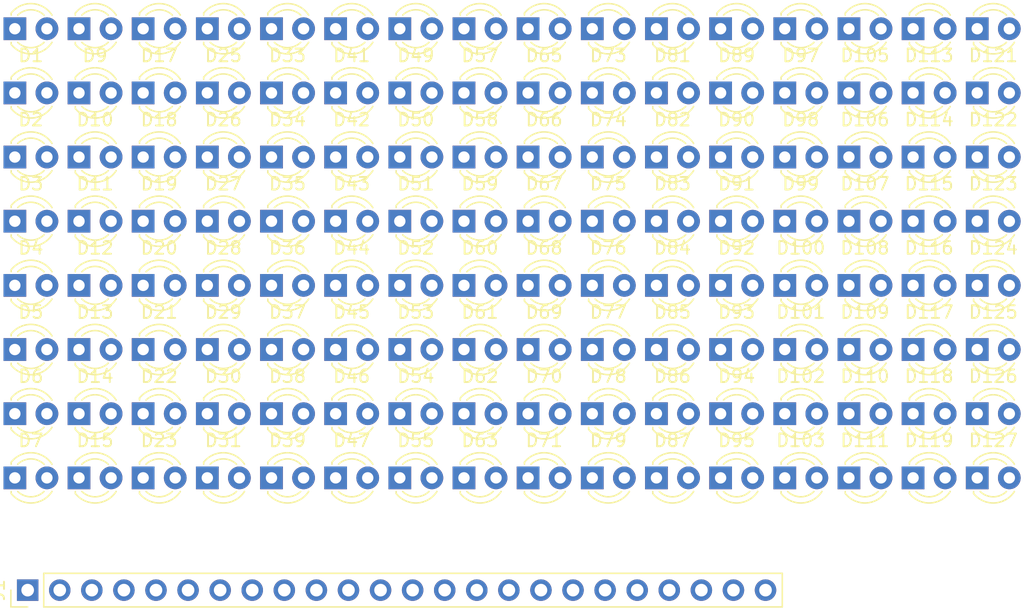
<source format=kicad_pcb>
(kicad_pcb (version 20171130) (host pcbnew 5.0.2-bee76a0~70~ubuntu16.04.1)
  (layers (0 F.Cu signal) (31 B.Cu signal) (34 B.Paste user) (35 F.Paste user) (36 B.SilkS user) (37 F.SilkS user hide) (38 B.Mask user) (39 F.Mask user) (44 Edge.Cuts user))
  (net 0 "")
  (net 1 "Net-(D0-Pad2)")
  (net 2 "Net-(D0-Pad1)")
  (net 3 "Net-(D1-Pad2)")
  (net 4 "Net-(D10-Pad2)")
  (net 5 "Net-(D107-Pad2)")
  (net 6 "Net-(D100-Pad2)")
  (net 7 "Net-(D101-Pad2)")
  (net 8 "Net-(D102-Pad2)")
  (net 9 "Net-(D103-Pad2)")
  (net 10 "Net-(D10-Pad1)")
  (net 11 "Net-(D16-Pad1)")
  (net 12 "Net-(D24-Pad1)")
  (net 13 "Net-(D32-Pad1)")
  (net 14 "Net-(D40-Pad1)")
  (net 15 "Net-(D48-Pad1)")
  (net 16 "Net-(D56-Pad1)")
  (net 17 "Net-(D64-Pad1)")
  (net 18 "Net-(D72-Pad1)")
  (net 19 "Net-(D80-Pad1)")
  (net 20 "Net-(D88-Pad1)")
  (net 21 "Net-(D100-Pad1)")
  (net 22 "Net-(D104-Pad1)")
  (net 23 "Net-(D112-Pad1)")
  (net 24 "Net-(D120-Pad1)")
  (module LED_THT:LED_D3.0mm (layer F.Cu) (at 107.95 64.77)
    (fp_text reference D0 (at 1.27 -2.96) (layer F.SilkS))
    (fp_text value LED)
    (pad 2 thru_hole circle (at 2.54 0) (size 1.8 1.8) (drill 0.9) (layers *.Cu *.Mask) (net 1 "Net-(D0-Pad2)"))
    (pad 1 thru_hole rect (at 0 0) (size 1.8 1.8) (drill 0.9) (layers *.Cu *.Mask) (net 2 "Net-(D0-Pad1)"))
  )
  (module LED_THT:LED_D3.0mm (layer F.Cu) (at 107.95 69.85)
    (fp_text reference D1 (at 1.27 -2.96) (layer F.SilkS))
    (fp_text value LED)
    (pad 1 thru_hole rect (at 0 0) (size 1.8 1.8) (drill 0.9) (layers *.Cu *.Mask) (net 2 "Net-(D0-Pad1)"))
    (pad 2 thru_hole circle (at 2.54 0) (size 1.8 1.8) (drill 0.9) (layers *.Cu *.Mask) (net 3 "Net-(D1-Pad2)"))
  )
  (module LED_THT:LED_D3.0mm (layer F.Cu) (at 107.95 74.93)
    (fp_text reference D2 (at 1.27 -2.96) (layer F.SilkS))
    (fp_text value LED)
    (pad 1 thru_hole rect (at 0 0) (size 1.8 1.8) (drill 0.9) (layers *.Cu *.Mask) (net 2 "Net-(D0-Pad1)"))
    (pad 2 thru_hole circle (at 2.54 0) (size 1.8 1.8) (drill 0.9) (layers *.Cu *.Mask) (net 4 "Net-(D10-Pad2)"))
  )
  (module LED_THT:LED_D3.0mm (layer F.Cu) (at 107.95 80.01)
    (fp_text reference D3 (at 1.27 -2.96) (layer F.SilkS))
    (fp_text value LED)
    (pad 1 thru_hole rect (at 0 0) (size 1.8 1.8) (drill 0.9) (layers *.Cu *.Mask) (net 2 "Net-(D0-Pad1)"))
    (pad 2 thru_hole circle (at 2.54 0) (size 1.8 1.8) (drill 0.9) (layers *.Cu *.Mask) (net 5 "Net-(D107-Pad2)"))
  )
  (module LED_THT:LED_D3.0mm (layer F.Cu) (at 107.95 85.09)
    (fp_text reference D4 (at 1.27 -2.96) (layer F.SilkS))
    (fp_text value LED)
    (pad 2 thru_hole circle (at 2.54 0) (size 1.8 1.8) (drill 0.9) (layers *.Cu *.Mask) (net 6 "Net-(D100-Pad2)"))
    (pad 1 thru_hole rect (at 0 0) (size 1.8 1.8) (drill 0.9) (layers *.Cu *.Mask) (net 2 "Net-(D0-Pad1)"))
  )
  (module LED_THT:LED_D3.0mm (layer F.Cu) (at 107.95 90.17)
    (fp_text reference D5 (at 1.27 -2.96) (layer F.SilkS))
    (fp_text value LED)
    (pad 1 thru_hole rect (at 0 0) (size 1.8 1.8) (drill 0.9) (layers *.Cu *.Mask) (net 2 "Net-(D0-Pad1)"))
    (pad 2 thru_hole circle (at 2.54 0) (size 1.8 1.8) (drill 0.9) (layers *.Cu *.Mask) (net 7 "Net-(D101-Pad2)"))
  )
  (module LED_THT:LED_D3.0mm (layer F.Cu) (at 107.95 95.25)
    (fp_text reference D6 (at 1.27 -2.96) (layer F.SilkS))
    (fp_text value LED)
    (pad 1 thru_hole rect (at 0 0) (size 1.8 1.8) (drill 0.9) (layers *.Cu *.Mask) (net 2 "Net-(D0-Pad1)"))
    (pad 2 thru_hole circle (at 2.54 0) (size 1.8 1.8) (drill 0.9) (layers *.Cu *.Mask) (net 8 "Net-(D102-Pad2)"))
  )
  (module LED_THT:LED_D3.0mm (layer F.Cu) (at 107.95 100.33)
    (fp_text reference D7 (at 1.27 -2.96) (layer F.SilkS))
    (fp_text value LED)
    (pad 1 thru_hole rect (at 0 0) (size 1.8 1.8) (drill 0.9) (layers *.Cu *.Mask) (net 2 "Net-(D0-Pad1)"))
    (pad 2 thru_hole circle (at 2.54 0) (size 1.8 1.8) (drill 0.9) (layers *.Cu *.Mask) (net 9 "Net-(D103-Pad2)"))
  )
  (module LED_THT:LED_D3.0mm (layer F.Cu) (at 113.03 64.77)
    (fp_text reference D8 (at 1.27 -2.96) (layer F.SilkS))
    (fp_text value LED)
    (pad 1 thru_hole rect (at 0 0) (size 1.8 1.8) (drill 0.9) (layers *.Cu *.Mask) (net 10 "Net-(D10-Pad1)"))
    (pad 2 thru_hole circle (at 2.54 0) (size 1.8 1.8) (drill 0.9) (layers *.Cu *.Mask) (net 1 "Net-(D0-Pad2)"))
  )
  (module LED_THT:LED_D3.0mm (layer F.Cu) (at 113.03 69.85)
    (fp_text reference D9 (at 1.27 -2.96) (layer F.SilkS))
    (fp_text value LED)
    (pad 2 thru_hole circle (at 2.54 0) (size 1.8 1.8) (drill 0.9) (layers *.Cu *.Mask) (net 3 "Net-(D1-Pad2)"))
    (pad 1 thru_hole rect (at 0 0) (size 1.8 1.8) (drill 0.9) (layers *.Cu *.Mask) (net 10 "Net-(D10-Pad1)"))
  )
  (module LED_THT:LED_D3.0mm (layer F.Cu) (at 113.03 74.93)
    (fp_text reference D10 (at 1.27 -2.96) (layer F.SilkS))
    (fp_text value LED)
    (pad 2 thru_hole circle (at 2.54 0) (size 1.8 1.8) (drill 0.9) (layers *.Cu *.Mask) (net 4 "Net-(D10-Pad2)"))
    (pad 1 thru_hole rect (at 0 0) (size 1.8 1.8) (drill 0.9) (layers *.Cu *.Mask) (net 10 "Net-(D10-Pad1)"))
  )
  (module LED_THT:LED_D3.0mm (layer F.Cu) (at 113.03 80.01)
    (fp_text reference D11 (at 1.27 -2.96) (layer F.SilkS))
    (fp_text value LED)
    (pad 2 thru_hole circle (at 2.54 0) (size 1.8 1.8) (drill 0.9) (layers *.Cu *.Mask) (net 5 "Net-(D107-Pad2)"))
    (pad 1 thru_hole rect (at 0 0) (size 1.8 1.8) (drill 0.9) (layers *.Cu *.Mask) (net 10 "Net-(D10-Pad1)"))
  )
  (module LED_THT:LED_D3.0mm (layer F.Cu) (at 113.03 85.09)
    (fp_text reference D12 (at 1.27 -2.96) (layer F.SilkS))
    (fp_text value LED)
    (pad 1 thru_hole rect (at 0 0) (size 1.8 1.8) (drill 0.9) (layers *.Cu *.Mask) (net 10 "Net-(D10-Pad1)"))
    (pad 2 thru_hole circle (at 2.54 0) (size 1.8 1.8) (drill 0.9) (layers *.Cu *.Mask) (net 6 "Net-(D100-Pad2)"))
  )
  (module LED_THT:LED_D3.0mm (layer F.Cu) (at 113.03 90.17)
    (fp_text reference D13 (at 1.27 -2.96) (layer F.SilkS))
    (fp_text value LED)
    (pad 2 thru_hole circle (at 2.54 0) (size 1.8 1.8) (drill 0.9) (layers *.Cu *.Mask) (net 7 "Net-(D101-Pad2)"))
    (pad 1 thru_hole rect (at 0 0) (size 1.8 1.8) (drill 0.9) (layers *.Cu *.Mask) (net 10 "Net-(D10-Pad1)"))
  )
  (module LED_THT:LED_D3.0mm (layer F.Cu) (at 113.03 95.25)
    (fp_text reference D14 (at 1.27 -2.96) (layer F.SilkS))
    (fp_text value LED)
    (pad 2 thru_hole circle (at 2.54 0) (size 1.8 1.8) (drill 0.9) (layers *.Cu *.Mask) (net 8 "Net-(D102-Pad2)"))
    (pad 1 thru_hole rect (at 0 0) (size 1.8 1.8) (drill 0.9) (layers *.Cu *.Mask) (net 10 "Net-(D10-Pad1)"))
  )
  (module LED_THT:LED_D3.0mm (layer F.Cu) (at 113.03 100.33)
    (fp_text reference D15 (at 1.27 -2.96) (layer F.SilkS))
    (fp_text value LED)
    (pad 2 thru_hole circle (at 2.54 0) (size 1.8 1.8) (drill 0.9) (layers *.Cu *.Mask) (net 9 "Net-(D103-Pad2)"))
    (pad 1 thru_hole rect (at 0 0) (size 1.8 1.8) (drill 0.9) (layers *.Cu *.Mask) (net 10 "Net-(D10-Pad1)"))
  )
  (module LED_THT:LED_D3.0mm (layer F.Cu) (at 118.11 64.77)
    (fp_text reference D16 (at 1.27 -2.96) (layer F.SilkS))
    (fp_text value LED)
    (pad 1 thru_hole rect (at 0 0) (size 1.8 1.8) (drill 0.9) (layers *.Cu *.Mask) (net 11 "Net-(D16-Pad1)"))
    (pad 2 thru_hole circle (at 2.54 0) (size 1.8 1.8) (drill 0.9) (layers *.Cu *.Mask) (net 1 "Net-(D0-Pad2)"))
  )
  (module LED_THT:LED_D3.0mm (layer F.Cu) (at 118.11 69.85)
    (fp_text reference D17 (at 1.27 -2.96) (layer F.SilkS))
    (fp_text value LED)
    (pad 1 thru_hole rect (at 0 0) (size 1.8 1.8) (drill 0.9) (layers *.Cu *.Mask) (net 11 "Net-(D16-Pad1)"))
    (pad 2 thru_hole circle (at 2.54 0) (size 1.8 1.8) (drill 0.9) (layers *.Cu *.Mask) (net 3 "Net-(D1-Pad2)"))
  )
  (module LED_THT:LED_D3.0mm (layer F.Cu) (at 118.11 74.93)
    (fp_text reference D18 (at 1.27 -2.96) (layer F.SilkS))
    (fp_text value LED)
    (pad 1 thru_hole rect (at 0 0) (size 1.8 1.8) (drill 0.9) (layers *.Cu *.Mask) (net 11 "Net-(D16-Pad1)"))
    (pad 2 thru_hole circle (at 2.54 0) (size 1.8 1.8) (drill 0.9) (layers *.Cu *.Mask) (net 4 "Net-(D10-Pad2)"))
  )
  (module LED_THT:LED_D3.0mm (layer F.Cu) (at 118.11 80.01)
    (fp_text reference D19 (at 1.27 -2.96) (layer F.SilkS))
    (fp_text value LED)
    (pad 1 thru_hole rect (at 0 0) (size 1.8 1.8) (drill 0.9) (layers *.Cu *.Mask) (net 11 "Net-(D16-Pad1)"))
    (pad 2 thru_hole circle (at 2.54 0) (size 1.8 1.8) (drill 0.9) (layers *.Cu *.Mask) (net 5 "Net-(D107-Pad2)"))
  )
  (module LED_THT:LED_D3.0mm (layer F.Cu) (at 118.11 85.09)
    (fp_text reference D20 (at 1.27 -2.96) (layer F.SilkS))
    (fp_text value LED)
    (pad 1 thru_hole rect (at 0 0) (size 1.8 1.8) (drill 0.9) (layers *.Cu *.Mask) (net 11 "Net-(D16-Pad1)"))
    (pad 2 thru_hole circle (at 2.54 0) (size 1.8 1.8) (drill 0.9) (layers *.Cu *.Mask) (net 6 "Net-(D100-Pad2)"))
  )
  (module LED_THT:LED_D3.0mm (layer F.Cu) (at 118.11 90.17)
    (fp_text reference D21 (at 1.27 -2.96) (layer F.SilkS))
    (fp_text value LED)
    (pad 1 thru_hole rect (at 0 0) (size 1.8 1.8) (drill 0.9) (layers *.Cu *.Mask) (net 11 "Net-(D16-Pad1)"))
    (pad 2 thru_hole circle (at 2.54 0) (size 1.8 1.8) (drill 0.9) (layers *.Cu *.Mask) (net 7 "Net-(D101-Pad2)"))
  )
  (module LED_THT:LED_D3.0mm (layer F.Cu) (at 118.11 95.25)
    (fp_text reference D22 (at 1.27 -2.96) (layer F.SilkS))
    (fp_text value LED)
    (pad 1 thru_hole rect (at 0 0) (size 1.8 1.8) (drill 0.9) (layers *.Cu *.Mask) (net 11 "Net-(D16-Pad1)"))
    (pad 2 thru_hole circle (at 2.54 0) (size 1.8 1.8) (drill 0.9) (layers *.Cu *.Mask) (net 8 "Net-(D102-Pad2)"))
  )
  (module LED_THT:LED_D3.0mm (layer F.Cu) (at 118.11 100.33)
    (fp_text reference D23 (at 1.27 -2.96) (layer F.SilkS))
    (fp_text value LED)
    (pad 1 thru_hole rect (at 0 0) (size 1.8 1.8) (drill 0.9) (layers *.Cu *.Mask) (net 11 "Net-(D16-Pad1)"))
    (pad 2 thru_hole circle (at 2.54 0) (size 1.8 1.8) (drill 0.9) (layers *.Cu *.Mask) (net 9 "Net-(D103-Pad2)"))
  )
  (module LED_THT:LED_D3.0mm (layer F.Cu) (at 123.19 64.77)
    (fp_text reference D24 (at 1.27 -2.96) (layer F.SilkS))
    (fp_text value LED)
    (pad 2 thru_hole circle (at 2.54 0) (size 1.8 1.8) (drill 0.9) (layers *.Cu *.Mask) (net 1 "Net-(D0-Pad2)"))
    (pad 1 thru_hole rect (at 0 0) (size 1.8 1.8) (drill 0.9) (layers *.Cu *.Mask) (net 12 "Net-(D24-Pad1)"))
  )
  (module LED_THT:LED_D3.0mm (layer F.Cu) (at 123.19 69.85)
    (fp_text reference D25 (at 1.27 -2.96) (layer F.SilkS))
    (fp_text value LED)
    (pad 2 thru_hole circle (at 2.54 0) (size 1.8 1.8) (drill 0.9) (layers *.Cu *.Mask) (net 3 "Net-(D1-Pad2)"))
    (pad 1 thru_hole rect (at 0 0) (size 1.8 1.8) (drill 0.9) (layers *.Cu *.Mask) (net 12 "Net-(D24-Pad1)"))
  )
  (module LED_THT:LED_D3.0mm (layer F.Cu) (at 123.19 74.93)
    (fp_text reference D26 (at 1.27 -2.96) (layer F.SilkS))
    (fp_text value LED)
    (pad 2 thru_hole circle (at 2.54 0) (size 1.8 1.8) (drill 0.9) (layers *.Cu *.Mask) (net 4 "Net-(D10-Pad2)"))
    (pad 1 thru_hole rect (at 0 0) (size 1.8 1.8) (drill 0.9) (layers *.Cu *.Mask) (net 12 "Net-(D24-Pad1)"))
  )
  (module LED_THT:LED_D3.0mm (layer F.Cu) (at 123.19 80.01)
    (fp_text reference D27 (at 1.27 -2.96) (layer F.SilkS))
    (fp_text value LED)
    (pad 2 thru_hole circle (at 2.54 0) (size 1.8 1.8) (drill 0.9) (layers *.Cu *.Mask) (net 5 "Net-(D107-Pad2)"))
    (pad 1 thru_hole rect (at 0 0) (size 1.8 1.8) (drill 0.9) (layers *.Cu *.Mask) (net 12 "Net-(D24-Pad1)"))
  )
  (module LED_THT:LED_D3.0mm (layer F.Cu) (at 123.19 85.09)
    (fp_text reference D28 (at 1.27 -2.96) (layer F.SilkS))
    (fp_text value LED)
    (pad 2 thru_hole circle (at 2.54 0) (size 1.8 1.8) (drill 0.9) (layers *.Cu *.Mask) (net 6 "Net-(D100-Pad2)"))
    (pad 1 thru_hole rect (at 0 0) (size 1.8 1.8) (drill 0.9) (layers *.Cu *.Mask) (net 12 "Net-(D24-Pad1)"))
  )
  (module LED_THT:LED_D3.0mm (layer F.Cu) (at 123.19 90.17)
    (fp_text reference D29 (at 1.27 -2.96) (layer F.SilkS))
    (fp_text value LED)
    (pad 2 thru_hole circle (at 2.54 0) (size 1.8 1.8) (drill 0.9) (layers *.Cu *.Mask) (net 7 "Net-(D101-Pad2)"))
    (pad 1 thru_hole rect (at 0 0) (size 1.8 1.8) (drill 0.9) (layers *.Cu *.Mask) (net 12 "Net-(D24-Pad1)"))
  )
  (module LED_THT:LED_D3.0mm (layer F.Cu) (at 123.19 95.25)
    (fp_text reference D30 (at 1.27 -2.96) (layer F.SilkS))
    (fp_text value LED)
    (pad 2 thru_hole circle (at 2.54 0) (size 1.8 1.8) (drill 0.9) (layers *.Cu *.Mask) (net 8 "Net-(D102-Pad2)"))
    (pad 1 thru_hole rect (at 0 0) (size 1.8 1.8) (drill 0.9) (layers *.Cu *.Mask) (net 12 "Net-(D24-Pad1)"))
  )
  (module LED_THT:LED_D3.0mm (layer F.Cu) (at 123.19 100.33)
    (fp_text reference D31 (at 1.27 -2.96) (layer F.SilkS))
    (fp_text value LED)
    (pad 1 thru_hole rect (at 0 0) (size 1.8 1.8) (drill 0.9) (layers *.Cu *.Mask) (net 12 "Net-(D24-Pad1)"))
    (pad 2 thru_hole circle (at 2.54 0) (size 1.8 1.8) (drill 0.9) (layers *.Cu *.Mask) (net 9 "Net-(D103-Pad2)"))
  )
  (module LED_THT:LED_D3.0mm (layer F.Cu) (at 128.27 64.77)
    (fp_text reference D32 (at 1.27 -2.96) (layer F.SilkS))
    (fp_text value LED)
    (pad 1 thru_hole rect (at 0 0) (size 1.8 1.8) (drill 0.9) (layers *.Cu *.Mask) (net 13 "Net-(D32-Pad1)"))
    (pad 2 thru_hole circle (at 2.54 0) (size 1.8 1.8) (drill 0.9) (layers *.Cu *.Mask) (net 1 "Net-(D0-Pad2)"))
  )
  (module LED_THT:LED_D3.0mm (layer F.Cu) (at 128.27 69.85)
    (fp_text reference D33 (at 1.27 -2.96) (layer F.SilkS))
    (fp_text value LED)
    (pad 1 thru_hole rect (at 0 0) (size 1.8 1.8) (drill 0.9) (layers *.Cu *.Mask) (net 13 "Net-(D32-Pad1)"))
    (pad 2 thru_hole circle (at 2.54 0) (size 1.8 1.8) (drill 0.9) (layers *.Cu *.Mask) (net 3 "Net-(D1-Pad2)"))
  )
  (module LED_THT:LED_D3.0mm (layer F.Cu) (at 128.27 74.93)
    (fp_text reference D34 (at 1.27 -2.96) (layer F.SilkS))
    (fp_text value LED)
    (pad 1 thru_hole rect (at 0 0) (size 1.8 1.8) (drill 0.9) (layers *.Cu *.Mask) (net 13 "Net-(D32-Pad1)"))
    (pad 2 thru_hole circle (at 2.54 0) (size 1.8 1.8) (drill 0.9) (layers *.Cu *.Mask) (net 4 "Net-(D10-Pad2)"))
  )
  (module LED_THT:LED_D3.0mm (layer F.Cu) (at 128.27 80.01)
    (fp_text reference D35 (at 1.27 -2.96) (layer F.SilkS))
    (fp_text value LED)
    (pad 1 thru_hole rect (at 0 0) (size 1.8 1.8) (drill 0.9) (layers *.Cu *.Mask) (net 13 "Net-(D32-Pad1)"))
    (pad 2 thru_hole circle (at 2.54 0) (size 1.8 1.8) (drill 0.9) (layers *.Cu *.Mask) (net 5 "Net-(D107-Pad2)"))
  )
  (module LED_THT:LED_D3.0mm (layer F.Cu) (at 128.27 85.09)
    (fp_text reference D36 (at 1.27 -2.96) (layer F.SilkS))
    (fp_text value LED)
    (pad 2 thru_hole circle (at 2.54 0) (size 1.8 1.8) (drill 0.9) (layers *.Cu *.Mask) (net 6 "Net-(D100-Pad2)"))
    (pad 1 thru_hole rect (at 0 0) (size 1.8 1.8) (drill 0.9) (layers *.Cu *.Mask) (net 13 "Net-(D32-Pad1)"))
  )
  (module LED_THT:LED_D3.0mm (layer F.Cu) (at 128.27 90.17)
    (fp_text reference D37 (at 1.27 -2.96) (layer F.SilkS))
    (fp_text value LED)
    (pad 1 thru_hole rect (at 0 0) (size 1.8 1.8) (drill 0.9) (layers *.Cu *.Mask) (net 13 "Net-(D32-Pad1)"))
    (pad 2 thru_hole circle (at 2.54 0) (size 1.8 1.8) (drill 0.9) (layers *.Cu *.Mask) (net 7 "Net-(D101-Pad2)"))
  )
  (module LED_THT:LED_D3.0mm (layer F.Cu) (at 128.27 95.25)
    (fp_text reference D38 (at 1.27 -2.96) (layer F.SilkS))
    (fp_text value LED)
    (pad 1 thru_hole rect (at 0 0) (size 1.8 1.8) (drill 0.9) (layers *.Cu *.Mask) (net 13 "Net-(D32-Pad1)"))
    (pad 2 thru_hole circle (at 2.54 0) (size 1.8 1.8) (drill 0.9) (layers *.Cu *.Mask) (net 8 "Net-(D102-Pad2)"))
  )
  (module LED_THT:LED_D3.0mm (layer F.Cu) (at 128.27 100.33)
    (fp_text reference D39 (at 1.27 -2.96) (layer F.SilkS))
    (fp_text value LED)
    (pad 1 thru_hole rect (at 0 0) (size 1.8 1.8) (drill 0.9) (layers *.Cu *.Mask) (net 13 "Net-(D32-Pad1)"))
    (pad 2 thru_hole circle (at 2.54 0) (size 1.8 1.8) (drill 0.9) (layers *.Cu *.Mask) (net 9 "Net-(D103-Pad2)"))
  )
  (module LED_THT:LED_D3.0mm (layer F.Cu) (at 133.35 64.77)
    (fp_text reference D40 (at 1.27 -2.96) (layer F.SilkS))
    (fp_text value LED)
    (pad 2 thru_hole circle (at 2.54 0) (size 1.8 1.8) (drill 0.9) (layers *.Cu *.Mask) (net 1 "Net-(D0-Pad2)"))
    (pad 1 thru_hole rect (at 0 0) (size 1.8 1.8) (drill 0.9) (layers *.Cu *.Mask) (net 14 "Net-(D40-Pad1)"))
  )
  (module LED_THT:LED_D3.0mm (layer F.Cu) (at 133.35 69.85)
    (fp_text reference D41 (at 1.27 -2.96) (layer F.SilkS))
    (fp_text value LED)
    (pad 2 thru_hole circle (at 2.54 0) (size 1.8 1.8) (drill 0.9) (layers *.Cu *.Mask) (net 3 "Net-(D1-Pad2)"))
    (pad 1 thru_hole rect (at 0 0) (size 1.8 1.8) (drill 0.9) (layers *.Cu *.Mask) (net 14 "Net-(D40-Pad1)"))
  )
  (module LED_THT:LED_D3.0mm (layer F.Cu) (at 133.35 74.93)
    (fp_text reference D42 (at 1.27 -2.96) (layer F.SilkS))
    (fp_text value LED)
    (pad 2 thru_hole circle (at 2.54 0) (size 1.8 1.8) (drill 0.9) (layers *.Cu *.Mask) (net 4 "Net-(D10-Pad2)"))
    (pad 1 thru_hole rect (at 0 0) (size 1.8 1.8) (drill 0.9) (layers *.Cu *.Mask) (net 14 "Net-(D40-Pad1)"))
  )
  (module LED_THT:LED_D3.0mm (layer F.Cu) (at 133.35 80.01)
    (fp_text reference D43 (at 1.27 -2.96) (layer F.SilkS))
    (fp_text value LED)
    (pad 2 thru_hole circle (at 2.54 0) (size 1.8 1.8) (drill 0.9) (layers *.Cu *.Mask) (net 5 "Net-(D107-Pad2)"))
    (pad 1 thru_hole rect (at 0 0) (size 1.8 1.8) (drill 0.9) (layers *.Cu *.Mask) (net 14 "Net-(D40-Pad1)"))
  )
  (module LED_THT:LED_D3.0mm (layer F.Cu) (at 133.35 85.09)
    (fp_text reference D44 (at 1.27 -2.96) (layer F.SilkS))
    (fp_text value LED)
    (pad 2 thru_hole circle (at 2.54 0) (size 1.8 1.8) (drill 0.9) (layers *.Cu *.Mask) (net 6 "Net-(D100-Pad2)"))
    (pad 1 thru_hole rect (at 0 0) (size 1.8 1.8) (drill 0.9) (layers *.Cu *.Mask) (net 14 "Net-(D40-Pad1)"))
  )
  (module LED_THT:LED_D3.0mm (layer F.Cu) (at 133.35 90.17)
    (fp_text reference D45 (at 1.27 -2.96) (layer F.SilkS))
    (fp_text value LED)
    (pad 2 thru_hole circle (at 2.54 0) (size 1.8 1.8) (drill 0.9) (layers *.Cu *.Mask) (net 7 "Net-(D101-Pad2)"))
    (pad 1 thru_hole rect (at 0 0) (size 1.8 1.8) (drill 0.9) (layers *.Cu *.Mask) (net 14 "Net-(D40-Pad1)"))
  )
  (module LED_THT:LED_D3.0mm (layer F.Cu) (at 133.35 95.25)
    (fp_text reference D46 (at 1.27 -2.96) (layer F.SilkS))
    (fp_text value LED)
    (pad 2 thru_hole circle (at 2.54 0) (size 1.8 1.8) (drill 0.9) (layers *.Cu *.Mask) (net 8 "Net-(D102-Pad2)"))
    (pad 1 thru_hole rect (at 0 0) (size 1.8 1.8) (drill 0.9) (layers *.Cu *.Mask) (net 14 "Net-(D40-Pad1)"))
  )
  (module LED_THT:LED_D3.0mm (layer F.Cu) (at 133.35 100.33)
    (fp_text reference D47 (at 1.27 -2.96) (layer F.SilkS))
    (fp_text value LED)
    (pad 2 thru_hole circle (at 2.54 0) (size 1.8 1.8) (drill 0.9) (layers *.Cu *.Mask) (net 9 "Net-(D103-Pad2)"))
    (pad 1 thru_hole rect (at 0 0) (size 1.8 1.8) (drill 0.9) (layers *.Cu *.Mask) (net 14 "Net-(D40-Pad1)"))
  )
  (module LED_THT:LED_D3.0mm (layer F.Cu) (at 138.43 64.77)
    (fp_text reference D48 (at 1.27 -2.96) (layer F.SilkS))
    (fp_text value LED)
    (pad 1 thru_hole rect (at 0 0) (size 1.8 1.8) (drill 0.9) (layers *.Cu *.Mask) (net 15 "Net-(D48-Pad1)"))
    (pad 2 thru_hole circle (at 2.54 0) (size 1.8 1.8) (drill 0.9) (layers *.Cu *.Mask) (net 1 "Net-(D0-Pad2)"))
  )
  (module LED_THT:LED_D3.0mm (layer F.Cu) (at 138.43 69.85)
    (fp_text reference D49 (at 1.27 -2.96) (layer F.SilkS))
    (fp_text value LED)
    (pad 1 thru_hole rect (at 0 0) (size 1.8 1.8) (drill 0.9) (layers *.Cu *.Mask) (net 15 "Net-(D48-Pad1)"))
    (pad 2 thru_hole circle (at 2.54 0) (size 1.8 1.8) (drill 0.9) (layers *.Cu *.Mask) (net 3 "Net-(D1-Pad2)"))
  )
  (module LED_THT:LED_D3.0mm (layer F.Cu) (at 138.43 74.93)
    (fp_text reference D50 (at 1.27 -2.96) (layer F.SilkS))
    (fp_text value LED)
    (pad 1 thru_hole rect (at 0 0) (size 1.8 1.8) (drill 0.9) (layers *.Cu *.Mask) (net 15 "Net-(D48-Pad1)"))
    (pad 2 thru_hole circle (at 2.54 0) (size 1.8 1.8) (drill 0.9) (layers *.Cu *.Mask) (net 4 "Net-(D10-Pad2)"))
  )
  (module LED_THT:LED_D3.0mm (layer F.Cu) (at 138.43 80.01)
    (fp_text reference D51 (at 1.27 -2.96) (layer F.SilkS))
    (fp_text value LED)
    (pad 1 thru_hole rect (at 0 0) (size 1.8 1.8) (drill 0.9) (layers *.Cu *.Mask) (net 15 "Net-(D48-Pad1)"))
    (pad 2 thru_hole circle (at 2.54 0) (size 1.8 1.8) (drill 0.9) (layers *.Cu *.Mask) (net 5 "Net-(D107-Pad2)"))
  )
  (module LED_THT:LED_D3.0mm (layer F.Cu) (at 138.43 85.09)
    (fp_text reference D52 (at 1.27 -2.96) (layer F.SilkS))
    (fp_text value LED)
    (pad 1 thru_hole rect (at 0 0) (size 1.8 1.8) (drill 0.9) (layers *.Cu *.Mask) (net 15 "Net-(D48-Pad1)"))
    (pad 2 thru_hole circle (at 2.54 0) (size 1.8 1.8) (drill 0.9) (layers *.Cu *.Mask) (net 6 "Net-(D100-Pad2)"))
  )
  (module LED_THT:LED_D3.0mm (layer F.Cu) (at 138.43 90.17)
    (fp_text reference D53 (at 1.27 -2.96) (layer F.SilkS))
    (fp_text value LED)
    (pad 1 thru_hole rect (at 0 0) (size 1.8 1.8) (drill 0.9) (layers *.Cu *.Mask) (net 15 "Net-(D48-Pad1)"))
    (pad 2 thru_hole circle (at 2.54 0) (size 1.8 1.8) (drill 0.9) (layers *.Cu *.Mask) (net 7 "Net-(D101-Pad2)"))
  )
  (module LED_THT:LED_D3.0mm (layer F.Cu) (at 138.43 95.25)
    (fp_text reference D54 (at 1.27 -2.96) (layer F.SilkS))
    (fp_text value LED)
    (pad 1 thru_hole rect (at 0 0) (size 1.8 1.8) (drill 0.9) (layers *.Cu *.Mask) (net 15 "Net-(D48-Pad1)"))
    (pad 2 thru_hole circle (at 2.54 0) (size 1.8 1.8) (drill 0.9) (layers *.Cu *.Mask) (net 8 "Net-(D102-Pad2)"))
  )
  (module LED_THT:LED_D3.0mm (layer F.Cu) (at 138.43 100.33)
    (fp_text reference D55 (at 1.27 -2.96) (layer F.SilkS))
    (fp_text value LED)
    (pad 1 thru_hole rect (at 0 0) (size 1.8 1.8) (drill 0.9) (layers *.Cu *.Mask) (net 15 "Net-(D48-Pad1)"))
    (pad 2 thru_hole circle (at 2.54 0) (size 1.8 1.8) (drill 0.9) (layers *.Cu *.Mask) (net 9 "Net-(D103-Pad2)"))
  )
  (module LED_THT:LED_D3.0mm (layer F.Cu) (at 143.51 64.77)
    (fp_text reference D56 (at 1.27 -2.96) (layer F.SilkS))
    (fp_text value LED)
    (pad 2 thru_hole circle (at 2.54 0) (size 1.8 1.8) (drill 0.9) (layers *.Cu *.Mask) (net 1 "Net-(D0-Pad2)"))
    (pad 1 thru_hole rect (at 0 0) (size 1.8 1.8) (drill 0.9) (layers *.Cu *.Mask) (net 16 "Net-(D56-Pad1)"))
  )
  (module LED_THT:LED_D3.0mm (layer F.Cu) (at 143.51 69.85)
    (fp_text reference D57 (at 1.27 -2.96) (layer F.SilkS))
    (fp_text value LED)
    (pad 2 thru_hole circle (at 2.54 0) (size 1.8 1.8) (drill 0.9) (layers *.Cu *.Mask) (net 3 "Net-(D1-Pad2)"))
    (pad 1 thru_hole rect (at 0 0) (size 1.8 1.8) (drill 0.9) (layers *.Cu *.Mask) (net 16 "Net-(D56-Pad1)"))
  )
  (module LED_THT:LED_D3.0mm (layer F.Cu) (at 143.51 74.93)
    (fp_text reference D58 (at 1.27 -2.96) (layer F.SilkS))
    (fp_text value LED)
    (pad 2 thru_hole circle (at 2.54 0) (size 1.8 1.8) (drill 0.9) (layers *.Cu *.Mask) (net 4 "Net-(D10-Pad2)"))
    (pad 1 thru_hole rect (at 0 0) (size 1.8 1.8) (drill 0.9) (layers *.Cu *.Mask) (net 16 "Net-(D56-Pad1)"))
  )
  (module LED_THT:LED_D3.0mm (layer F.Cu) (at 143.51 80.01)
    (fp_text reference D59 (at 1.27 -2.96) (layer F.SilkS))
    (fp_text value LED)
    (pad 2 thru_hole circle (at 2.54 0) (size 1.8 1.8) (drill 0.9) (layers *.Cu *.Mask) (net 5 "Net-(D107-Pad2)"))
    (pad 1 thru_hole rect (at 0 0) (size 1.8 1.8) (drill 0.9) (layers *.Cu *.Mask) (net 16 "Net-(D56-Pad1)"))
  )
  (module LED_THT:LED_D3.0mm (layer F.Cu) (at 143.51 85.09)
    (fp_text reference D60 (at 1.27 -2.96) (layer F.SilkS))
    (fp_text value LED)
    (pad 2 thru_hole circle (at 2.54 0) (size 1.8 1.8) (drill 0.9) (layers *.Cu *.Mask) (net 6 "Net-(D100-Pad2)"))
    (pad 1 thru_hole rect (at 0 0) (size 1.8 1.8) (drill 0.9) (layers *.Cu *.Mask) (net 16 "Net-(D56-Pad1)"))
  )
  (module LED_THT:LED_D3.0mm (layer F.Cu) (at 143.51 90.17)
    (fp_text reference D61 (at 1.27 -2.96) (layer F.SilkS))
    (fp_text value LED)
    (pad 2 thru_hole circle (at 2.54 0) (size 1.8 1.8) (drill 0.9) (layers *.Cu *.Mask) (net 7 "Net-(D101-Pad2)"))
    (pad 1 thru_hole rect (at 0 0) (size 1.8 1.8) (drill 0.9) (layers *.Cu *.Mask) (net 16 "Net-(D56-Pad1)"))
  )
  (module LED_THT:LED_D3.0mm (layer F.Cu) (at 143.51 95.25)
    (fp_text reference D62 (at 1.27 -2.96) (layer F.SilkS))
    (fp_text value LED)
    (pad 2 thru_hole circle (at 2.54 0) (size 1.8 1.8) (drill 0.9) (layers *.Cu *.Mask) (net 8 "Net-(D102-Pad2)"))
    (pad 1 thru_hole rect (at 0 0) (size 1.8 1.8) (drill 0.9) (layers *.Cu *.Mask) (net 16 "Net-(D56-Pad1)"))
  )
  (module LED_THT:LED_D3.0mm (layer F.Cu) (at 143.51 100.33)
    (fp_text reference D63 (at 1.27 -2.96) (layer F.SilkS))
    (fp_text value LED)
    (pad 1 thru_hole rect (at 0 0) (size 1.8 1.8) (drill 0.9) (layers *.Cu *.Mask) (net 16 "Net-(D56-Pad1)"))
    (pad 2 thru_hole circle (at 2.54 0) (size 1.8 1.8) (drill 0.9) (layers *.Cu *.Mask) (net 9 "Net-(D103-Pad2)"))
  )
  (module LED_THT:LED_D3.0mm (layer F.Cu) (at 148.59 64.77)
    (fp_text reference D64 (at 1.27 -2.96) (layer F.SilkS))
    (fp_text value LED)
    (pad 2 thru_hole circle (at 2.54 0) (size 1.8 1.8) (drill 0.9) (layers *.Cu *.Mask) (net 1 "Net-(D0-Pad2)"))
    (pad 1 thru_hole rect (at 0 0) (size 1.8 1.8) (drill 0.9) (layers *.Cu *.Mask) (net 17 "Net-(D64-Pad1)"))
  )
  (module LED_THT:LED_D3.0mm (layer F.Cu) (at 148.59 69.85)
    (fp_text reference D65 (at 1.27 -2.96) (layer F.SilkS))
    (fp_text value LED)
    (pad 1 thru_hole rect (at 0 0) (size 1.8 1.8) (drill 0.9) (layers *.Cu *.Mask) (net 17 "Net-(D64-Pad1)"))
    (pad 2 thru_hole circle (at 2.54 0) (size 1.8 1.8) (drill 0.9) (layers *.Cu *.Mask) (net 3 "Net-(D1-Pad2)"))
  )
  (module LED_THT:LED_D3.0mm (layer F.Cu) (at 148.59 74.93)
    (fp_text reference D66 (at 1.27 -2.96) (layer F.SilkS))
    (fp_text value LED)
    (pad 1 thru_hole rect (at 0 0) (size 1.8 1.8) (drill 0.9) (layers *.Cu *.Mask) (net 17 "Net-(D64-Pad1)"))
    (pad 2 thru_hole circle (at 2.54 0) (size 1.8 1.8) (drill 0.9) (layers *.Cu *.Mask) (net 4 "Net-(D10-Pad2)"))
  )
  (module LED_THT:LED_D3.0mm (layer F.Cu) (at 148.59 80.01)
    (fp_text reference D67 (at 1.27 -2.96) (layer F.SilkS))
    (fp_text value LED)
    (pad 1 thru_hole rect (at 0 0) (size 1.8 1.8) (drill 0.9) (layers *.Cu *.Mask) (net 17 "Net-(D64-Pad1)"))
    (pad 2 thru_hole circle (at 2.54 0) (size 1.8 1.8) (drill 0.9) (layers *.Cu *.Mask) (net 5 "Net-(D107-Pad2)"))
  )
  (module LED_THT:LED_D3.0mm (layer F.Cu) (at 148.59 85.09)
    (fp_text reference D68 (at 1.27 -2.96) (layer F.SilkS))
    (fp_text value LED)
    (pad 1 thru_hole rect (at 0 0) (size 1.8 1.8) (drill 0.9) (layers *.Cu *.Mask) (net 17 "Net-(D64-Pad1)"))
    (pad 2 thru_hole circle (at 2.54 0) (size 1.8 1.8) (drill 0.9) (layers *.Cu *.Mask) (net 6 "Net-(D100-Pad2)"))
  )
  (module LED_THT:LED_D3.0mm (layer F.Cu) (at 148.59 90.17)
    (fp_text reference D69 (at 1.27 -2.96) (layer F.SilkS))
    (fp_text value LED)
    (pad 1 thru_hole rect (at 0 0) (size 1.8 1.8) (drill 0.9) (layers *.Cu *.Mask) (net 17 "Net-(D64-Pad1)"))
    (pad 2 thru_hole circle (at 2.54 0) (size 1.8 1.8) (drill 0.9) (layers *.Cu *.Mask) (net 7 "Net-(D101-Pad2)"))
  )
  (module LED_THT:LED_D3.0mm (layer F.Cu) (at 148.59 95.25)
    (fp_text reference D70 (at 1.27 -2.96) (layer F.SilkS))
    (fp_text value LED)
    (pad 1 thru_hole rect (at 0 0) (size 1.8 1.8) (drill 0.9) (layers *.Cu *.Mask) (net 17 "Net-(D64-Pad1)"))
    (pad 2 thru_hole circle (at 2.54 0) (size 1.8 1.8) (drill 0.9) (layers *.Cu *.Mask) (net 8 "Net-(D102-Pad2)"))
  )
  (module LED_THT:LED_D3.0mm (layer F.Cu) (at 148.59 100.33)
    (fp_text reference D71 (at 1.27 -2.96) (layer F.SilkS))
    (fp_text value LED)
    (pad 1 thru_hole rect (at 0 0) (size 1.8 1.8) (drill 0.9) (layers *.Cu *.Mask) (net 17 "Net-(D64-Pad1)"))
    (pad 2 thru_hole circle (at 2.54 0) (size 1.8 1.8) (drill 0.9) (layers *.Cu *.Mask) (net 9 "Net-(D103-Pad2)"))
  )
  (module LED_THT:LED_D3.0mm (layer F.Cu) (at 153.67 64.77)
    (fp_text reference D72 (at 1.27 -2.96) (layer F.SilkS))
    (fp_text value LED)
    (pad 2 thru_hole circle (at 2.54 0) (size 1.8 1.8) (drill 0.9) (layers *.Cu *.Mask) (net 1 "Net-(D0-Pad2)"))
    (pad 1 thru_hole rect (at 0 0) (size 1.8 1.8) (drill 0.9) (layers *.Cu *.Mask) (net 18 "Net-(D72-Pad1)"))
  )
  (module LED_THT:LED_D3.0mm (layer F.Cu) (at 153.67 69.85)
    (fp_text reference D73 (at 1.27 -2.96) (layer F.SilkS))
    (fp_text value LED)
    (pad 2 thru_hole circle (at 2.54 0) (size 1.8 1.8) (drill 0.9) (layers *.Cu *.Mask) (net 3 "Net-(D1-Pad2)"))
    (pad 1 thru_hole rect (at 0 0) (size 1.8 1.8) (drill 0.9) (layers *.Cu *.Mask) (net 18 "Net-(D72-Pad1)"))
  )
  (module LED_THT:LED_D3.0mm (layer F.Cu) (at 153.67 74.93)
    (fp_text reference D74 (at 1.27 -2.96) (layer F.SilkS))
    (fp_text value LED)
    (pad 2 thru_hole circle (at 2.54 0) (size 1.8 1.8) (drill 0.9) (layers *.Cu *.Mask) (net 4 "Net-(D10-Pad2)"))
    (pad 1 thru_hole rect (at 0 0) (size 1.8 1.8) (drill 0.9) (layers *.Cu *.Mask) (net 18 "Net-(D72-Pad1)"))
  )
  (module LED_THT:LED_D3.0mm (layer F.Cu) (at 153.67 80.01)
    (fp_text reference D75 (at 1.27 -2.96) (layer F.SilkS))
    (fp_text value LED)
    (pad 2 thru_hole circle (at 2.54 0) (size 1.8 1.8) (drill 0.9) (layers *.Cu *.Mask) (net 5 "Net-(D107-Pad2)"))
    (pad 1 thru_hole rect (at 0 0) (size 1.8 1.8) (drill 0.9) (layers *.Cu *.Mask) (net 18 "Net-(D72-Pad1)"))
  )
  (module LED_THT:LED_D3.0mm (layer F.Cu) (at 153.67 85.09)
    (fp_text reference D76 (at 1.27 -2.96) (layer F.SilkS))
    (fp_text value LED)
    (pad 2 thru_hole circle (at 2.54 0) (size 1.8 1.8) (drill 0.9) (layers *.Cu *.Mask) (net 6 "Net-(D100-Pad2)"))
    (pad 1 thru_hole rect (at 0 0) (size 1.8 1.8) (drill 0.9) (layers *.Cu *.Mask) (net 18 "Net-(D72-Pad1)"))
  )
  (module LED_THT:LED_D3.0mm (layer F.Cu) (at 153.67 90.17)
    (fp_text reference D77 (at 1.27 -2.96) (layer F.SilkS))
    (fp_text value LED)
    (pad 2 thru_hole circle (at 2.54 0) (size 1.8 1.8) (drill 0.9) (layers *.Cu *.Mask) (net 7 "Net-(D101-Pad2)"))
    (pad 1 thru_hole rect (at 0 0) (size 1.8 1.8) (drill 0.9) (layers *.Cu *.Mask) (net 18 "Net-(D72-Pad1)"))
  )
  (module LED_THT:LED_D3.0mm (layer F.Cu) (at 153.67 95.25)
    (fp_text reference D78 (at 1.27 -2.96) (layer F.SilkS))
    (fp_text value LED)
    (pad 2 thru_hole circle (at 2.54 0) (size 1.8 1.8) (drill 0.9) (layers *.Cu *.Mask) (net 8 "Net-(D102-Pad2)"))
    (pad 1 thru_hole rect (at 0 0) (size 1.8 1.8) (drill 0.9) (layers *.Cu *.Mask) (net 18 "Net-(D72-Pad1)"))
  )
  (module LED_THT:LED_D3.0mm (layer F.Cu) (at 153.67 100.33)
    (fp_text reference D79 (at 1.27 -2.96) (layer F.SilkS))
    (fp_text value LED)
    (pad 2 thru_hole circle (at 2.54 0) (size 1.8 1.8) (drill 0.9) (layers *.Cu *.Mask) (net 9 "Net-(D103-Pad2)"))
    (pad 1 thru_hole rect (at 0 0) (size 1.8 1.8) (drill 0.9) (layers *.Cu *.Mask) (net 18 "Net-(D72-Pad1)"))
  )
  (module LED_THT:LED_D3.0mm (layer F.Cu) (at 158.75 64.77)
    (fp_text reference D80 (at 1.27 -2.96) (layer F.SilkS))
    (fp_text value LED)
    (pad 1 thru_hole rect (at 0 0) (size 1.8 1.8) (drill 0.9) (layers *.Cu *.Mask) (net 19 "Net-(D80-Pad1)"))
    (pad 2 thru_hole circle (at 2.54 0) (size 1.8 1.8) (drill 0.9) (layers *.Cu *.Mask) (net 1 "Net-(D0-Pad2)"))
  )
  (module LED_THT:LED_D3.0mm (layer F.Cu) (at 158.75 69.85)
    (fp_text reference D81 (at 1.27 -2.96) (layer F.SilkS))
    (fp_text value LED)
    (pad 1 thru_hole rect (at 0 0) (size 1.8 1.8) (drill 0.9) (layers *.Cu *.Mask) (net 19 "Net-(D80-Pad1)"))
    (pad 2 thru_hole circle (at 2.54 0) (size 1.8 1.8) (drill 0.9) (layers *.Cu *.Mask) (net 3 "Net-(D1-Pad2)"))
  )
  (module LED_THT:LED_D3.0mm (layer F.Cu) (at 158.75 74.93)
    (fp_text reference D82 (at 1.27 -2.96) (layer F.SilkS))
    (fp_text value LED)
    (pad 1 thru_hole rect (at 0 0) (size 1.8 1.8) (drill 0.9) (layers *.Cu *.Mask) (net 19 "Net-(D80-Pad1)"))
    (pad 2 thru_hole circle (at 2.54 0) (size 1.8 1.8) (drill 0.9) (layers *.Cu *.Mask) (net 4 "Net-(D10-Pad2)"))
  )
  (module LED_THT:LED_D3.0mm (layer F.Cu) (at 158.75 80.01)
    (fp_text reference D83 (at 1.27 -2.96) (layer F.SilkS))
    (fp_text value LED)
    (pad 1 thru_hole rect (at 0 0) (size 1.8 1.8) (drill 0.9) (layers *.Cu *.Mask) (net 19 "Net-(D80-Pad1)"))
    (pad 2 thru_hole circle (at 2.54 0) (size 1.8 1.8) (drill 0.9) (layers *.Cu *.Mask) (net 5 "Net-(D107-Pad2)"))
  )
  (module LED_THT:LED_D3.0mm (layer F.Cu) (at 158.75 85.09)
    (fp_text reference D84 (at 1.27 -2.96) (layer F.SilkS))
    (fp_text value LED)
    (pad 1 thru_hole rect (at 0 0) (size 1.8 1.8) (drill 0.9) (layers *.Cu *.Mask) (net 19 "Net-(D80-Pad1)"))
    (pad 2 thru_hole circle (at 2.54 0) (size 1.8 1.8) (drill 0.9) (layers *.Cu *.Mask) (net 6 "Net-(D100-Pad2)"))
  )
  (module LED_THT:LED_D3.0mm (layer F.Cu) (at 158.75 90.17)
    (fp_text reference D85 (at 1.27 -2.96) (layer F.SilkS))
    (fp_text value LED)
    (pad 1 thru_hole rect (at 0 0) (size 1.8 1.8) (drill 0.9) (layers *.Cu *.Mask) (net 19 "Net-(D80-Pad1)"))
    (pad 2 thru_hole circle (at 2.54 0) (size 1.8 1.8) (drill 0.9) (layers *.Cu *.Mask) (net 7 "Net-(D101-Pad2)"))
  )
  (module LED_THT:LED_D3.0mm (layer F.Cu) (at 158.75 95.25)
    (fp_text reference D86 (at 1.27 -2.96) (layer F.SilkS))
    (fp_text value LED)
    (pad 1 thru_hole rect (at 0 0) (size 1.8 1.8) (drill 0.9) (layers *.Cu *.Mask) (net 19 "Net-(D80-Pad1)"))
    (pad 2 thru_hole circle (at 2.54 0) (size 1.8 1.8) (drill 0.9) (layers *.Cu *.Mask) (net 8 "Net-(D102-Pad2)"))
  )
  (module LED_THT:LED_D3.0mm (layer F.Cu) (at 158.75 100.33)
    (fp_text reference D87 (at 1.27 -2.96) (layer F.SilkS))
    (fp_text value LED)
    (pad 1 thru_hole rect (at 0 0) (size 1.8 1.8) (drill 0.9) (layers *.Cu *.Mask) (net 19 "Net-(D80-Pad1)"))
    (pad 2 thru_hole circle (at 2.54 0) (size 1.8 1.8) (drill 0.9) (layers *.Cu *.Mask) (net 9 "Net-(D103-Pad2)"))
  )
  (module LED_THT:LED_D3.0mm (layer F.Cu) (at 163.83 64.77)
    (fp_text reference D88 (at 1.27 -2.96) (layer F.SilkS))
    (fp_text value LED)
    (pad 2 thru_hole circle (at 2.54 0) (size 1.8 1.8) (drill 0.9) (layers *.Cu *.Mask) (net 1 "Net-(D0-Pad2)"))
    (pad 1 thru_hole rect (at 0 0) (size 1.8 1.8) (drill 0.9) (layers *.Cu *.Mask) (net 20 "Net-(D88-Pad1)"))
  )
  (module LED_THT:LED_D3.0mm (layer F.Cu) (at 163.83 69.85)
    (fp_text reference D89 (at 1.27 -2.96) (layer F.SilkS))
    (fp_text value LED)
    (pad 2 thru_hole circle (at 2.54 0) (size 1.8 1.8) (drill 0.9) (layers *.Cu *.Mask) (net 3 "Net-(D1-Pad2)"))
    (pad 1 thru_hole rect (at 0 0) (size 1.8 1.8) (drill 0.9) (layers *.Cu *.Mask) (net 20 "Net-(D88-Pad1)"))
  )
  (module LED_THT:LED_D3.0mm (layer F.Cu) (at 163.83 74.93)
    (fp_text reference D90 (at 1.27 -2.96) (layer F.SilkS))
    (fp_text value LED)
    (pad 2 thru_hole circle (at 2.54 0) (size 1.8 1.8) (drill 0.9) (layers *.Cu *.Mask) (net 4 "Net-(D10-Pad2)"))
    (pad 1 thru_hole rect (at 0 0) (size 1.8 1.8) (drill 0.9) (layers *.Cu *.Mask) (net 20 "Net-(D88-Pad1)"))
  )
  (module LED_THT:LED_D3.0mm (layer F.Cu) (at 163.83 80.01)
    (fp_text reference D91 (at 1.27 -2.96) (layer F.SilkS))
    (fp_text value LED)
    (pad 2 thru_hole circle (at 2.54 0) (size 1.8 1.8) (drill 0.9) (layers *.Cu *.Mask) (net 5 "Net-(D107-Pad2)"))
    (pad 1 thru_hole rect (at 0 0) (size 1.8 1.8) (drill 0.9) (layers *.Cu *.Mask) (net 20 "Net-(D88-Pad1)"))
  )
  (module LED_THT:LED_D3.0mm (layer F.Cu) (at 163.83 85.09)
    (fp_text reference D92 (at 1.27 -2.96) (layer F.SilkS))
    (fp_text value LED)
    (pad 2 thru_hole circle (at 2.54 0) (size 1.8 1.8) (drill 0.9) (layers *.Cu *.Mask) (net 6 "Net-(D100-Pad2)"))
    (pad 1 thru_hole rect (at 0 0) (size 1.8 1.8) (drill 0.9) (layers *.Cu *.Mask) (net 20 "Net-(D88-Pad1)"))
  )
  (module LED_THT:LED_D3.0mm (layer F.Cu) (at 163.83 90.17)
    (fp_text reference D93 (at 1.27 -2.96) (layer F.SilkS))
    (fp_text value LED)
    (pad 2 thru_hole circle (at 2.54 0) (size 1.8 1.8) (drill 0.9) (layers *.Cu *.Mask) (net 7 "Net-(D101-Pad2)"))
    (pad 1 thru_hole rect (at 0 0) (size 1.8 1.8) (drill 0.9) (layers *.Cu *.Mask) (net 20 "Net-(D88-Pad1)"))
  )
  (module LED_THT:LED_D3.0mm (layer F.Cu) (at 163.83 95.25)
    (fp_text reference D94 (at 1.27 -2.96) (layer F.SilkS))
    (fp_text value LED)
    (pad 2 thru_hole circle (at 2.54 0) (size 1.8 1.8) (drill 0.9) (layers *.Cu *.Mask) (net 8 "Net-(D102-Pad2)"))
    (pad 1 thru_hole rect (at 0 0) (size 1.8 1.8) (drill 0.9) (layers *.Cu *.Mask) (net 20 "Net-(D88-Pad1)"))
  )
  (module LED_THT:LED_D3.0mm (layer F.Cu) (at 163.83 100.33)
    (fp_text reference D95 (at 1.27 -2.96) (layer F.SilkS))
    (fp_text value LED)
    (pad 2 thru_hole circle (at 2.54 0) (size 1.8 1.8) (drill 0.9) (layers *.Cu *.Mask) (net 9 "Net-(D103-Pad2)"))
    (pad 1 thru_hole rect (at 0 0) (size 1.8 1.8) (drill 0.9) (layers *.Cu *.Mask) (net 20 "Net-(D88-Pad1)"))
  )
  (module LED_THT:LED_D3.0mm (layer F.Cu) (at 168.91 64.77)
    (fp_text reference D96 (at 1.27 -2.96) (layer F.SilkS))
    (fp_text value LED)
    (pad 1 thru_hole rect (at 0 0) (size 1.8 1.8) (drill 0.9) (layers *.Cu *.Mask) (net 21 "Net-(D100-Pad1)"))
    (pad 2 thru_hole circle (at 2.54 0) (size 1.8 1.8) (drill 0.9) (layers *.Cu *.Mask) (net 1 "Net-(D0-Pad2)"))
  )
  (module LED_THT:LED_D3.0mm (layer F.Cu) (at 168.91 69.85)
    (fp_text reference D97 (at 1.27 -2.96) (layer F.SilkS))
    (fp_text value LED)
    (pad 1 thru_hole rect (at 0 0) (size 1.8 1.8) (drill 0.9) (layers *.Cu *.Mask) (net 21 "Net-(D100-Pad1)"))
    (pad 2 thru_hole circle (at 2.54 0) (size 1.8 1.8) (drill 0.9) (layers *.Cu *.Mask) (net 3 "Net-(D1-Pad2)"))
  )
  (module LED_THT:LED_D3.0mm (layer F.Cu) (at 168.91 74.93)
    (fp_text reference D98 (at 1.27 -2.96) (layer F.SilkS))
    (fp_text value LED)
    (pad 1 thru_hole rect (at 0 0) (size 1.8 1.8) (drill 0.9) (layers *.Cu *.Mask) (net 21 "Net-(D100-Pad1)"))
    (pad 2 thru_hole circle (at 2.54 0) (size 1.8 1.8) (drill 0.9) (layers *.Cu *.Mask) (net 4 "Net-(D10-Pad2)"))
  )
  (module LED_THT:LED_D3.0mm (layer F.Cu) (at 168.91 80.01)
    (fp_text reference D99 (at 1.27 -2.96) (layer F.SilkS))
    (fp_text value LED)
    (pad 1 thru_hole rect (at 0 0) (size 1.8 1.8) (drill 0.9) (layers *.Cu *.Mask) (net 21 "Net-(D100-Pad1)"))
    (pad 2 thru_hole circle (at 2.54 0) (size 1.8 1.8) (drill 0.9) (layers *.Cu *.Mask) (net 5 "Net-(D107-Pad2)"))
  )
  (module LED_THT:LED_D3.0mm (layer F.Cu) (at 168.91 85.09)
    (fp_text reference D100 (at 1.27 -2.96) (layer F.SilkS))
    (fp_text value LED)
    (pad 1 thru_hole rect (at 0 0) (size 1.8 1.8) (drill 0.9) (layers *.Cu *.Mask) (net 21 "Net-(D100-Pad1)"))
    (pad 2 thru_hole circle (at 2.54 0) (size 1.8 1.8) (drill 0.9) (layers *.Cu *.Mask) (net 6 "Net-(D100-Pad2)"))
  )
  (module LED_THT:LED_D3.0mm (layer F.Cu) (at 168.91 90.17)
    (fp_text reference D101 (at 1.27 -2.96) (layer F.SilkS))
    (fp_text value LED)
    (pad 1 thru_hole rect (at 0 0) (size 1.8 1.8) (drill 0.9) (layers *.Cu *.Mask) (net 21 "Net-(D100-Pad1)"))
    (pad 2 thru_hole circle (at 2.54 0) (size 1.8 1.8) (drill 0.9) (layers *.Cu *.Mask) (net 7 "Net-(D101-Pad2)"))
  )
  (module LED_THT:LED_D3.0mm (layer F.Cu) (at 168.91 95.25)
    (fp_text reference D102 (at 1.27 -2.96) (layer F.SilkS))
    (fp_text value LED)
    (pad 1 thru_hole rect (at 0 0) (size 1.8 1.8) (drill 0.9) (layers *.Cu *.Mask) (net 21 "Net-(D100-Pad1)"))
    (pad 2 thru_hole circle (at 2.54 0) (size 1.8 1.8) (drill 0.9) (layers *.Cu *.Mask) (net 8 "Net-(D102-Pad2)"))
  )
  (module LED_THT:LED_D3.0mm (layer F.Cu) (at 168.91 100.33)
    (fp_text reference D103 (at 1.27 -2.96) (layer F.SilkS))
    (fp_text value LED)
    (pad 1 thru_hole rect (at 0 0) (size 1.8 1.8) (drill 0.9) (layers *.Cu *.Mask) (net 21 "Net-(D100-Pad1)"))
    (pad 2 thru_hole circle (at 2.54 0) (size 1.8 1.8) (drill 0.9) (layers *.Cu *.Mask) (net 9 "Net-(D103-Pad2)"))
  )
  (module LED_THT:LED_D3.0mm (layer F.Cu) (at 173.99 64.77)
    (fp_text reference D104 (at 1.27 -2.96) (layer F.SilkS))
    (fp_text value LED)
    (pad 2 thru_hole circle (at 2.54 0) (size 1.8 1.8) (drill 0.9) (layers *.Cu *.Mask) (net 1 "Net-(D0-Pad2)"))
    (pad 1 thru_hole rect (at 0 0) (size 1.8 1.8) (drill 0.9) (layers *.Cu *.Mask) (net 22 "Net-(D104-Pad1)"))
  )
  (module LED_THT:LED_D3.0mm (layer F.Cu) (at 173.99 69.85)
    (fp_text reference D105 (at 1.27 -2.96) (layer F.SilkS))
    (fp_text value LED)
    (pad 2 thru_hole circle (at 2.54 0) (size 1.8 1.8) (drill 0.9) (layers *.Cu *.Mask) (net 3 "Net-(D1-Pad2)"))
    (pad 1 thru_hole rect (at 0 0) (size 1.8 1.8) (drill 0.9) (layers *.Cu *.Mask) (net 22 "Net-(D104-Pad1)"))
  )
  (module LED_THT:LED_D3.0mm (layer F.Cu) (at 173.99 74.93)
    (fp_text reference D106 (at 1.27 -2.96) (layer F.SilkS))
    (fp_text value LED)
    (pad 2 thru_hole circle (at 2.54 0) (size 1.8 1.8) (drill 0.9) (layers *.Cu *.Mask) (net 4 "Net-(D10-Pad2)"))
    (pad 1 thru_hole rect (at 0 0) (size 1.8 1.8) (drill 0.9) (layers *.Cu *.Mask) (net 22 "Net-(D104-Pad1)"))
  )
  (module LED_THT:LED_D3.0mm (layer F.Cu) (at 173.99 80.01)
    (fp_text reference D107 (at 1.27 -2.96) (layer F.SilkS))
    (fp_text value LED)
    (pad 2 thru_hole circle (at 2.54 0) (size 1.8 1.8) (drill 0.9) (layers *.Cu *.Mask) (net 5 "Net-(D107-Pad2)"))
    (pad 1 thru_hole rect (at 0 0) (size 1.8 1.8) (drill 0.9) (layers *.Cu *.Mask) (net 22 "Net-(D104-Pad1)"))
  )
  (module LED_THT:LED_D3.0mm (layer F.Cu) (at 173.99 85.09)
    (fp_text reference D108 (at 1.27 -2.96) (layer F.SilkS))
    (fp_text value LED)
    (pad 2 thru_hole circle (at 2.54 0) (size 1.8 1.8) (drill 0.9) (layers *.Cu *.Mask) (net 6 "Net-(D100-Pad2)"))
    (pad 1 thru_hole rect (at 0 0) (size 1.8 1.8) (drill 0.9) (layers *.Cu *.Mask) (net 22 "Net-(D104-Pad1)"))
  )
  (module LED_THT:LED_D3.0mm (layer F.Cu) (at 173.99 90.17)
    (fp_text reference D109 (at 1.27 -2.96) (layer F.SilkS))
    (fp_text value LED)
    (pad 2 thru_hole circle (at 2.54 0) (size 1.8 1.8) (drill 0.9) (layers *.Cu *.Mask) (net 7 "Net-(D101-Pad2)"))
    (pad 1 thru_hole rect (at 0 0) (size 1.8 1.8) (drill 0.9) (layers *.Cu *.Mask) (net 22 "Net-(D104-Pad1)"))
  )
  (module LED_THT:LED_D3.0mm (layer F.Cu) (at 173.99 95.25)
    (fp_text reference D110 (at 1.27 -2.96) (layer F.SilkS))
    (fp_text value LED)
    (pad 2 thru_hole circle (at 2.54 0) (size 1.8 1.8) (drill 0.9) (layers *.Cu *.Mask) (net 8 "Net-(D102-Pad2)"))
    (pad 1 thru_hole rect (at 0 0) (size 1.8 1.8) (drill 0.9) (layers *.Cu *.Mask) (net 22 "Net-(D104-Pad1)"))
  )
  (module LED_THT:LED_D3.0mm (layer F.Cu) (at 173.99 100.33)
    (fp_text reference D111 (at 1.27 -2.96) (layer F.SilkS))
    (fp_text value LED)
    (pad 2 thru_hole circle (at 2.54 0) (size 1.8 1.8) (drill 0.9) (layers *.Cu *.Mask) (net 9 "Net-(D103-Pad2)"))
    (pad 1 thru_hole rect (at 0 0) (size 1.8 1.8) (drill 0.9) (layers *.Cu *.Mask) (net 22 "Net-(D104-Pad1)"))
  )
  (module LED_THT:LED_D3.0mm (layer F.Cu) (at 179.07 64.77)
    (fp_text reference D112 (at 1.27 -2.96) (layer F.SilkS))
    (fp_text value LED)
    (pad 1 thru_hole rect (at 0 0) (size 1.8 1.8) (drill 0.9) (layers *.Cu *.Mask) (net 23 "Net-(D112-Pad1)"))
    (pad 2 thru_hole circle (at 2.54 0) (size 1.8 1.8) (drill 0.9) (layers *.Cu *.Mask) (net 1 "Net-(D0-Pad2)"))
  )
  (module LED_THT:LED_D3.0mm (layer F.Cu) (at 179.07 69.85)
    (fp_text reference D113 (at 1.27 -2.96) (layer F.SilkS))
    (fp_text value LED)
    (pad 1 thru_hole rect (at 0 0) (size 1.8 1.8) (drill 0.9) (layers *.Cu *.Mask) (net 23 "Net-(D112-Pad1)"))
    (pad 2 thru_hole circle (at 2.54 0) (size 1.8 1.8) (drill 0.9) (layers *.Cu *.Mask) (net 3 "Net-(D1-Pad2)"))
  )
  (module LED_THT:LED_D3.0mm (layer F.Cu) (at 179.07 74.93)
    (fp_text reference D114 (at 1.27 -2.96) (layer F.SilkS))
    (fp_text value LED)
    (pad 1 thru_hole rect (at 0 0) (size 1.8 1.8) (drill 0.9) (layers *.Cu *.Mask) (net 23 "Net-(D112-Pad1)"))
    (pad 2 thru_hole circle (at 2.54 0) (size 1.8 1.8) (drill 0.9) (layers *.Cu *.Mask) (net 4 "Net-(D10-Pad2)"))
  )
  (module LED_THT:LED_D3.0mm (layer F.Cu) (at 179.07 80.01)
    (fp_text reference D115 (at 1.27 -2.96) (layer F.SilkS))
    (fp_text value LED)
    (pad 1 thru_hole rect (at 0 0) (size 1.8 1.8) (drill 0.9) (layers *.Cu *.Mask) (net 23 "Net-(D112-Pad1)"))
    (pad 2 thru_hole circle (at 2.54 0) (size 1.8 1.8) (drill 0.9) (layers *.Cu *.Mask) (net 5 "Net-(D107-Pad2)"))
  )
  (module LED_THT:LED_D3.0mm (layer F.Cu) (at 179.07 85.09)
    (fp_text reference D116 (at 1.27 -2.96) (layer F.SilkS))
    (fp_text value LED)
    (pad 1 thru_hole rect (at 0 0) (size 1.8 1.8) (drill 0.9) (layers *.Cu *.Mask) (net 23 "Net-(D112-Pad1)"))
    (pad 2 thru_hole circle (at 2.54 0) (size 1.8 1.8) (drill 0.9) (layers *.Cu *.Mask) (net 6 "Net-(D100-Pad2)"))
  )
  (module LED_THT:LED_D3.0mm (layer F.Cu) (at 179.07 90.17)
    (fp_text reference D117 (at 1.27 -2.96) (layer F.SilkS))
    (fp_text value LED)
    (pad 1 thru_hole rect (at 0 0) (size 1.8 1.8) (drill 0.9) (layers *.Cu *.Mask) (net 23 "Net-(D112-Pad1)"))
    (pad 2 thru_hole circle (at 2.54 0) (size 1.8 1.8) (drill 0.9) (layers *.Cu *.Mask) (net 7 "Net-(D101-Pad2)"))
  )
  (module LED_THT:LED_D3.0mm (layer F.Cu) (at 179.07 95.25)
    (fp_text reference D118 (at 1.27 -2.96) (layer F.SilkS))
    (fp_text value LED)
    (pad 1 thru_hole rect (at 0 0) (size 1.8 1.8) (drill 0.9) (layers *.Cu *.Mask) (net 23 "Net-(D112-Pad1)"))
    (pad 2 thru_hole circle (at 2.54 0) (size 1.8 1.8) (drill 0.9) (layers *.Cu *.Mask) (net 8 "Net-(D102-Pad2)"))
  )
  (module LED_THT:LED_D3.0mm (layer F.Cu) (at 179.07 100.33)
    (fp_text reference D119 (at 1.27 -2.96) (layer F.SilkS))
    (fp_text value LED)
    (pad 1 thru_hole rect (at 0 0) (size 1.8 1.8) (drill 0.9) (layers *.Cu *.Mask) (net 23 "Net-(D112-Pad1)"))
    (pad 2 thru_hole circle (at 2.54 0) (size 1.8 1.8) (drill 0.9) (layers *.Cu *.Mask) (net 9 "Net-(D103-Pad2)"))
  )
  (module LED_THT:LED_D3.0mm (layer F.Cu) (at 184.15 64.77)
    (fp_text reference D120 (at 1.27 -2.96) (layer F.SilkS))
    (fp_text value LED)
    (pad 2 thru_hole circle (at 2.54 0) (size 1.8 1.8) (drill 0.9) (layers *.Cu *.Mask) (net 1 "Net-(D0-Pad2)"))
    (pad 1 thru_hole rect (at 0 0) (size 1.8 1.8) (drill 0.9) (layers *.Cu *.Mask) (net 24 "Net-(D120-Pad1)"))
  )
  (module LED_THT:LED_D3.0mm (layer F.Cu) (at 184.15 69.85)
    (fp_text reference D121 (at 1.27 -2.96) (layer F.SilkS))
    (fp_text value LED)
    (pad 2 thru_hole circle (at 2.54 0) (size 1.8 1.8) (drill 0.9) (layers *.Cu *.Mask) (net 3 "Net-(D1-Pad2)"))
    (pad 1 thru_hole rect (at 0 0) (size 1.8 1.8) (drill 0.9) (layers *.Cu *.Mask) (net 24 "Net-(D120-Pad1)"))
  )
  (module LED_THT:LED_D3.0mm (layer F.Cu) (at 184.15 74.93)
    (fp_text reference D122 (at 1.27 -2.96) (layer F.SilkS))
    (fp_text value LED)
    (pad 2 thru_hole circle (at 2.54 0) (size 1.8 1.8) (drill 0.9) (layers *.Cu *.Mask) (net 4 "Net-(D10-Pad2)"))
    (pad 1 thru_hole rect (at 0 0) (size 1.8 1.8) (drill 0.9) (layers *.Cu *.Mask) (net 24 "Net-(D120-Pad1)"))
  )
  (module LED_THT:LED_D3.0mm (layer F.Cu) (at 184.15 80.01)
    (fp_text reference D123 (at 1.27 -2.96) (layer F.SilkS))
    (fp_text value LED)
    (pad 2 thru_hole circle (at 2.54 0) (size 1.8 1.8) (drill 0.9) (layers *.Cu *.Mask) (net 5 "Net-(D107-Pad2)"))
    (pad 1 thru_hole rect (at 0 0) (size 1.8 1.8) (drill 0.9) (layers *.Cu *.Mask) (net 24 "Net-(D120-Pad1)"))
  )
  (module LED_THT:LED_D3.0mm (layer F.Cu) (at 184.15 85.09)
    (fp_text reference D124 (at 1.27 -2.96) (layer F.SilkS))
    (fp_text value LED)
    (pad 2 thru_hole circle (at 2.54 0) (size 1.8 1.8) (drill 0.9) (layers *.Cu *.Mask) (net 6 "Net-(D100-Pad2)"))
    (pad 1 thru_hole rect (at 0 0) (size 1.8 1.8) (drill 0.9) (layers *.Cu *.Mask) (net 24 "Net-(D120-Pad1)"))
  )
  (module LED_THT:LED_D3.0mm (layer F.Cu) (at 184.15 90.17)
    (fp_text reference D125 (at 1.27 -2.96) (layer F.SilkS))
    (fp_text value LED)
    (pad 2 thru_hole circle (at 2.54 0) (size 1.8 1.8) (drill 0.9) (layers *.Cu *.Mask) (net 7 "Net-(D101-Pad2)"))
    (pad 1 thru_hole rect (at 0 0) (size 1.8 1.8) (drill 0.9) (layers *.Cu *.Mask) (net 24 "Net-(D120-Pad1)"))
  )
  (module LED_THT:LED_D3.0mm (layer F.Cu) (at 184.15 95.25)
    (fp_text reference D126 (at 1.27 -2.96) (layer F.SilkS))
    (fp_text value LED)
    (pad 2 thru_hole circle (at 2.54 0) (size 1.8 1.8) (drill 0.9) (layers *.Cu *.Mask) (net 8 "Net-(D102-Pad2)"))
    (pad 1 thru_hole rect (at 0 0) (size 1.8 1.8) (drill 0.9) (layers *.Cu *.Mask) (net 24 "Net-(D120-Pad1)"))
  )
  (module LED_THT:LED_D3.0mm (layer F.Cu) (at 184.15 100.33)
    (fp_text reference D127 (at 1.27 -2.96) (layer F.SilkS))
    (fp_text value LED)
    (pad 2 thru_hole circle (at 2.54 0) (size 1.8 1.8) (drill 0.9) (layers *.Cu *.Mask) (net 9 "Net-(D103-Pad2)"))
    (pad 1 thru_hole rect (at 0 0) (size 1.8 1.8) (drill 0.9) (layers *.Cu *.Mask) (net 24 "Net-(D120-Pad1)"))
  )
  (module Connector_PinHeader_2.54mm:PinHeader_1x24_P2.54mm_Vertical (layer F.Cu) (at 108.966 109.22 90)
    (fp_text reference J1 (at 0 -2.33 90) (layer F.SilkS))
    (fp_text value Conn_01x24)
    (pad 1 thru_hole rect (at 0 0 90) (size 1.7 1.7) (drill 1) (layers *.Cu *.Mask) (net 1 "Net-(D0-Pad2)"))
    (pad 2 thru_hole oval (at 0 2.54 90) (size 1.7 1.7) (drill 1) (layers *.Cu *.Mask) (net 3 "Net-(D1-Pad2)"))
    (pad 3 thru_hole oval (at 0 5.08 90) (size 1.7 1.7) (drill 1) (layers *.Cu *.Mask) (net 4 "Net-(D10-Pad2)"))
    (pad 4 thru_hole oval (at 0 7.62 90) (size 1.7 1.7) (drill 1) (layers *.Cu *.Mask) (net 5 "Net-(D107-Pad2)"))
    (pad 5 thru_hole oval (at 0 10.16 90) (size 1.7 1.7) (drill 1) (layers *.Cu *.Mask) (net 6 "Net-(D100-Pad2)"))
    (pad 6 thru_hole oval (at 0 12.7 90) (size 1.7 1.7) (drill 1) (layers *.Cu *.Mask) (net 7 "Net-(D101-Pad2)"))
    (pad 7 thru_hole oval (at 0 15.24 90) (size 1.7 1.7) (drill 1) (layers *.Cu *.Mask) (net 8 "Net-(D102-Pad2)"))
    (pad 8 thru_hole oval (at 0 17.78 90) (size 1.7 1.7) (drill 1) (layers *.Cu *.Mask) (net 9 "Net-(D103-Pad2)"))
    (pad 9 thru_hole oval (at 0 20.32 90) (size 1.7 1.7) (drill 1) (layers *.Cu *.Mask) (net 2 "Net-(D0-Pad1)"))
    (pad 10 thru_hole oval (at 0 22.86 90) (size 1.7 1.7) (drill 1) (layers *.Cu *.Mask) (net 10 "Net-(D10-Pad1)"))
    (pad 11 thru_hole oval (at 0 25.4 90) (size 1.7 1.7) (drill 1) (layers *.Cu *.Mask) (net 11 "Net-(D16-Pad1)"))
    (pad 12 thru_hole oval (at 0 27.94 90) (size 1.7 1.7) (drill 1) (layers *.Cu *.Mask) (net 12 "Net-(D24-Pad1)"))
    (pad 13 thru_hole oval (at 0 30.48 90) (size 1.7 1.7) (drill 1) (layers *.Cu *.Mask) (net 13 "Net-(D32-Pad1)"))
    (pad 14 thru_hole oval (at 0 33.02 90) (size 1.7 1.7) (drill 1) (layers *.Cu *.Mask) (net 14 "Net-(D40-Pad1)"))
    (pad 15 thru_hole oval (at 0 35.56 90) (size 1.7 1.7) (drill 1) (layers *.Cu *.Mask) (net 15 "Net-(D48-Pad1)"))
    (pad 16 thru_hole oval (at 0 38.1 90) (size 1.7 1.7) (drill 1) (layers *.Cu *.Mask) (net 16 "Net-(D56-Pad1)"))
    (pad 17 thru_hole oval (at 0 40.64 90) (size 1.7 1.7) (drill 1) (layers *.Cu *.Mask) (net 17 "Net-(D64-Pad1)"))
    (pad 18 thru_hole oval (at 0 43.18 90) (size 1.7 1.7) (drill 1) (layers *.Cu *.Mask) (net 18 "Net-(D72-Pad1)"))
    (pad 19 thru_hole oval (at 0 45.72 90) (size 1.7 1.7) (drill 1) (layers *.Cu *.Mask) (net 19 "Net-(D80-Pad1)"))
    (pad 20 thru_hole oval (at 0 48.26 90) (size 1.7 1.7) (drill 1) (layers *.Cu *.Mask) (net 20 "Net-(D88-Pad1)"))
    (pad 21 thru_hole oval (at 0 50.8 90) (size 1.7 1.7) (drill 1) (layers *.Cu *.Mask) (net 21 "Net-(D100-Pad1)"))
    (pad 22 thru_hole oval (at 0 53.34 90) (size 1.7 1.7) (drill 1) (layers *.Cu *.Mask) (net 22 "Net-(D104-Pad1)"))
    (pad 23 thru_hole oval (at 0 55.88 90) (size 1.7 1.7) (drill 1) (layers *.Cu *.Mask) (net 23 "Net-(D112-Pad1)"))
    (pad 24 thru_hole oval (at 0 58.42 90) (size 1.7 1.7) (drill 1) (layers *.Cu *.Mask) (net 24 "Net-(D120-Pad1)"))
  )
)
</source>
